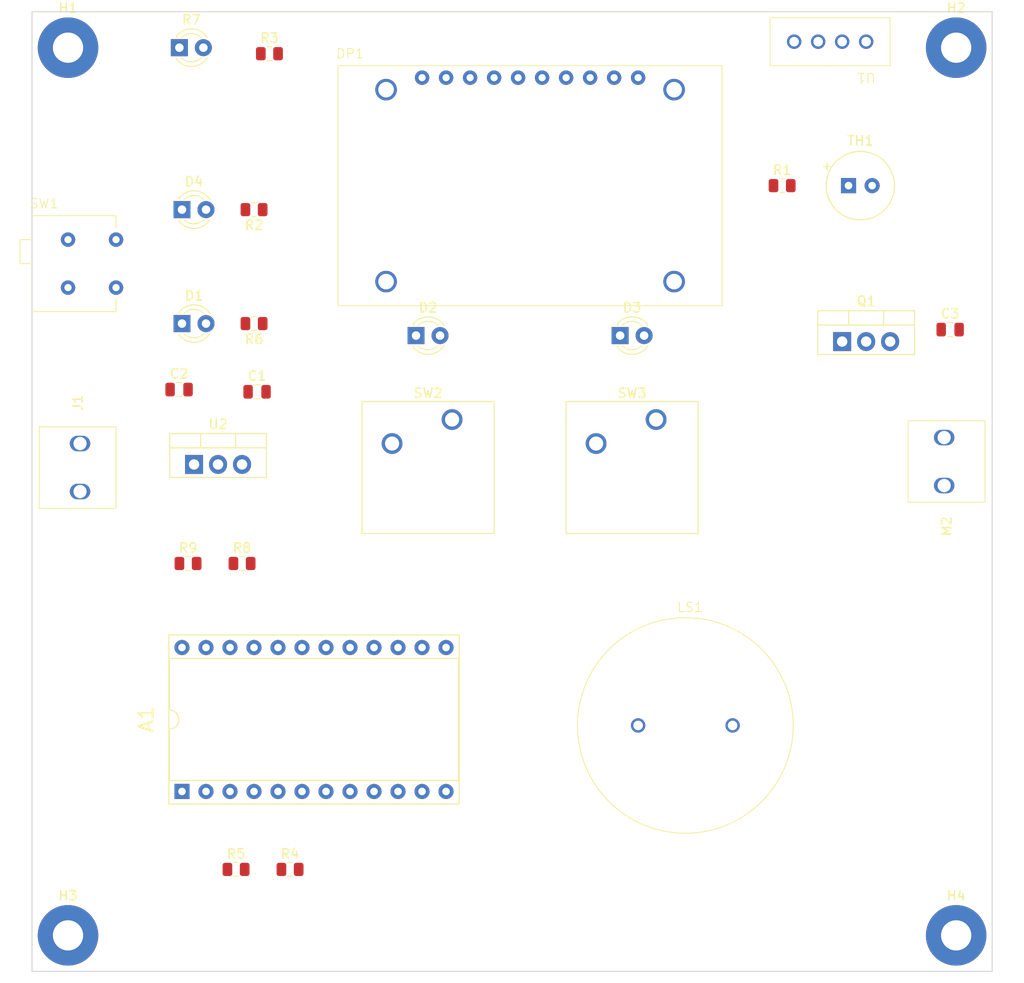
<source format=kicad_pcb>
(kicad_pcb (version 20221018) (generator pcbnew)
  (layers (0 "F.Cu" signal) (31 "B.Cu" signal) (34 "B.Paste" user) (35 "F.Paste" user) (36 "B.SilkS" user "B.Silkscreen") (37 "F.SilkS" user "F.Silkscreen") (38 "B.Mask" user) (39 "F.Mask" user) (44 "Edge.Cuts" user))
  (net 0 "")
  (net 1 "/TX")
  (net 2 "/RX")
  (net 3 "GND")
  (net 4 "/SDA")
  (net 5 "/SCL")
  (net 6 "Net-(A1-D4)")
  (net 7 "Net-(A1-D5)")
  (net 8 "Net-(A1-D6)")
  (net 9 "Net-(A1-D7)")
  (net 10 "Net-(A1-D8)")
  (net 11 "Net-(A1-D9)")
  (net 12 "Net-(A1-D10)")
  (net 13 "/MOSI")
  (net 14 "/MISO")
  (net 15 "/SCK")
  (net 16 "Net-(A1-A0)")
  (net 17 "Net-(A1-A1)")
  (net 18 "Net-(A1-A2)")
  (net 20 "+5V")
  (net 22 "+12V")
  (net 23 "Net-(D1-A)")
  (net 24 "Net-(D4-A)")
  (net 25 "Net-(J1-Pin_1)")
  (net 26 "Net-(M2--)")
  (net 27 "Net-(R1-Pad2)")
  (net 28 "Net-(R3-Pad2)")
  (footprint "my_switches:AS11AH_slide_switch" (layer "F.Cu") (at 46.99 67.31)
    (fp_text reference "SW1" (at -5.08 -6.35 unlocked) (layer "F.SilkS") (effects (font (thickness 0.1))))
    (fp_text value "SW_SPST")
    (fp_line (start -7.62 -2.54) (end -7.62 0) (stroke (width 0.1)) (layer "F.SilkS"))
    (fp_line (start -7.62 0) (end -6.35 0) (stroke (width 0.1)) (layer "F.SilkS"))
    (fp_line (start -6.35 -5.08) (end -6.35 5.08) (stroke (width 0.1)) (layer "F.SilkS"))
    (fp_line (start -6.35 -2.54) (end -7.62 -2.54) (stroke (width 0.1)) (layer "F.SilkS"))
    (fp_line (start -6.35 5.08) (end 2.54 5.08) (stroke (width 0.1)) (layer "F.SilkS"))
    (fp_line (start 2.54 -5.08) (end -6.35 -5.08) (stroke (width 0.1)) (layer "F.SilkS"))
    (fp_line (start 2.54 -3.81) (end 2.54 -5.08) (stroke (width 0.1)) (layer "F.SilkS"))
    (fp_line (start 2.54 5.08) (end 2.54 3.81) (stroke (width 0.1)) (layer "F.SilkS"))
    (pad "1" thru_hole circle (at 2.54 -2.54) (size 1.524 1.524) (drill 0.762) (layers "*.Cu" "*.Mask") (net 25 "Net-(J1-Pin_1)"))
    (pad "2" thru_hole circle (at 2.54 2.54) (size 1.524 1.524) (drill 0.762) (layers "*.Cu" "*.Mask") (net 22 "+12V"))
    (pad "3" thru_hole circle (at -2.54 -2.54) (size 1.524 1.524) (drill 0.762) (layers "*.Cu" "*.Mask"))
    (pad "4" thru_hole circle (at -2.54 2.54) (size 1.524 1.524) (drill 0.762) (layers "*.Cu" "*.Mask"))
  )
  (footprint "LED_THT:LED_D3.0mm" (layer "F.Cu") (at 56.51 61.595)
    (fp_text reference "D4" (at 1.27 -2.96) (layer "F.SilkS"))
    (fp_text value "LED_RED")
    (fp_line (start -0.29 -1.236) (end -0.29 -1.08) (stroke (width 0.12)) (layer "F.SilkS"))
    (fp_line (start -0.29 1.08) (end -0.29 1.236) (stroke (width 0.12)) (layer "F.SilkS"))
    (fp_arc (start -0.29 -1.235516) (mid 1.366487 -1.987659) (end 2.942335 -1.078608) (stroke (width 0.12)) (layer "F.SilkS"))
    (fp_arc (start 0.229039 -1.08) (mid 1.270117 -1.5) (end 2.31113 -1.079837) (stroke (width 0.12)) (layer "F.SilkS"))
    (fp_arc (start 2.31113 1.079837) (mid 1.270117 1.5) (end 0.229039 1.08) (stroke (width 0.12)) (layer "F.SilkS"))
    (fp_arc (start 2.942335 1.078608) (mid 1.366487 1.987659) (end -0.29 1.235516) (stroke (width 0.12)) (layer "F.SilkS"))
    (pad "1" thru_hole rect (at 0 0) (size 1.8 1.8) (drill 0.9) (layers "*.Cu" "*.Mask") (net 3 "GND"))
    (pad "2" thru_hole circle (at 2.54 0) (size 1.8 1.8) (drill 0.9) (layers "*.Cu" "*.Mask") (net 24 "Net-(D4-A)"))
  )
  (footprint "Resistor_SMD:R_0805_2012Metric" (layer "F.Cu") (at 62.23 131.445)
    (fp_text reference "R5" (at 0 -1.65) (layer "F.SilkS"))
    (fp_text value "4.7k")
    (fp_line (start -0.227064 -0.735) (end 0.227064 -0.735) (stroke (width 0.12)) (layer "F.SilkS"))
    (fp_line (start -0.227064 0.735) (end 0.227064 0.735) (stroke (width 0.12)) (layer "F.SilkS"))
    (pad "1" smd roundrect (at -0.9125 0) (size 1.025 1.4) (layers "F.Cu" "F.Paste" "F.Mask") (roundrect_rratio 0.243902) (net 20 "+5V"))
    (pad "2" smd roundrect (at 0.9125 0) (size 1.025 1.4) (layers "F.Cu" "F.Paste" "F.Mask") (roundrect_rratio 0.243902) (net 4 "/SDA"))
  )
  (footprint "Capacitor_THT:CP_Radial_Tantal_D7.0mm_P2.50mm" (layer "F.Cu") (at 127.04 59.055)
    (fp_text reference "TH1" (at 1.25 -4.75) (layer "F.SilkS"))
    (fp_text value "Thermistor_NTC")
    (fp_line (start -2.624723 -2.035) (end -1.924723 -2.035) (stroke (width 0.12)) (layer "F.SilkS"))
    (fp_line (start -2.274723 -2.385) (end -2.274723 -1.685) (stroke (width 0.12)) (layer "F.SilkS"))
    (fp_circle (center 1.25 0) (end 4.87 0) (stroke (width 0.12)) (fill none) (layer "F.SilkS"))
    (pad "1" thru_hole rect (at 0 0) (size 1.6 1.6) (drill 0.8) (layers "*.Cu" "*.Mask") (net 27 "Net-(R1-Pad2)"))
    (pad "2" thru_hole circle (at 2.5 0) (size 1.6 1.6) (drill 0.8) (layers "*.Cu" "*.Mask") (net 16 "Net-(A1-A0)"))
  )
  (footprint "Resistor_SMD:R_0805_2012Metric" (layer "F.Cu") (at 64.135 73.66 180)
    (fp_text reference "R6" (at 0 -1.65) (layer "F.SilkS"))
    (fp_text value "470")
    (fp_line (start -0.227064 -0.735) (end 0.227064 -0.735) (stroke (width 0.12)) (layer "F.SilkS"))
    (fp_line (start -0.227064 0.735) (end 0.227064 0.735) (stroke (width 0.12)) (layer "F.SilkS"))
    (pad "1" smd roundrect (at -0.9125 0 180) (size 1.025 1.4) (layers "F.Cu" "F.Paste" "F.Mask") (roundrect_rratio 0.243902) (net 20 "+5V"))
    (pad "2" smd roundrect (at 0.9125 0 180) (size 1.025 1.4) (layers "F.Cu" "F.Paste" "F.Mask") (roundrect_rratio 0.243902) (net 23 "Net-(D1-A)"))
  )
  (footprint "LED_THT:LED_D3.0mm" (layer "F.Cu") (at 102.87 74.93)
    (fp_text reference "D3" (at 1.27 -2.96) (layer "F.SilkS"))
    (fp_text value "LED_RED")
    (fp_line (start -0.29 -1.236) (end -0.29 -1.08) (stroke (width 0.12)) (layer "F.SilkS"))
    (fp_line (start -0.29 1.08) (end -0.29 1.236) (stroke (width 0.12)) (layer "F.SilkS"))
    (fp_arc (start -0.29 -1.235516) (mid 1.366487 -1.987659) (end 2.942335 -1.078608) (stroke (width 0.12)) (layer "F.SilkS"))
    (fp_arc (start 0.229039 -1.08) (mid 1.270117 -1.5) (end 2.31113 -1.079837) (stroke (width 0.12)) (layer "F.SilkS"))
    (fp_arc (start 2.31113 1.079837) (mid 1.270117 1.5) (end 0.229039 1.08) (stroke (width 0.12)) (layer "F.SilkS"))
    (fp_arc (start 2.942335 1.078608) (mid 1.366487 1.987659) (end -0.29 1.235516) (stroke (width 0.12)) (layer "F.SilkS"))
    (pad "1" thru_hole rect (at 0 0) (size 1.8 1.8) (drill 0.9) (layers "*.Cu" "*.Mask") (net 3 "GND"))
    (pad "2" thru_hole circle (at 2.54 0) (size 1.8 1.8) (drill 0.9) (layers "*.Cu" "*.Mask") (net 11 "Net-(A1-D9)"))
  )
  (footprint "Capacitor_SMD:C_0805_2012Metric" (layer "F.Cu") (at 56.2 80.645)
    (fp_text reference "C2" (at 0 -1.68) (layer "F.SilkS"))
    (fp_text value "1uF")
    (fp_line (start -0.261252 -0.735) (end 0.261252 -0.735) (stroke (width 0.12)) (layer "F.SilkS"))
    (fp_line (start -0.261252 0.735) (end 0.261252 0.735) (stroke (width 0.12)) (layer "F.SilkS"))
    (pad "1" smd roundrect (at -0.95 0) (size 1 1.45) (layers "F.Cu" "F.Paste" "F.Mask") (net 22 "+12V"))
    (pad "2" smd roundrect (at 0.95 0) (size 1 1.45) (layers "F.Cu" "F.Paste" "F.Mask") (net 3 "GND"))
  )
  (footprint "my_LCD:sparkfun-serial-led-4digit" (layer "F.Cu") (at 93.345 59.055)
    (fp_text reference "DP1" (at -19.05 -13.97 unlocked) (layer "F.SilkS") (effects (font (thickness 0.1))))
    (fp_text value "~")
    (fp_line (start -20.32 -12.7) (end 20.32 -12.7) (stroke (width 0.1)) (layer "F.SilkS"))
    (fp_line (start -20.32 12.7) (end -20.32 -12.7) (stroke (width 0.1)) (layer "F.SilkS"))
    (fp_line (start 20.32 -12.7) (end 20.32 12.7) (stroke (width 0.1)) (layer "F.SilkS"))
    (fp_line (start 20.32 12.7) (end -20.32 12.7) (stroke (width 0.1)) (layer "F.SilkS"))
    (pad "1" thru_hole circle (at -11.43 -11.43) (size 1.524 1.524) (drill 0.762) (layers "*.Cu" "*.Mask") (net 1 "/TX"))
    (pad "2" thru_hole circle (at -8.89 -11.43) (size 1.524 1.524) (drill 0.762) (layers "*.Cu" "*.Mask"))
    (pad "3" thru_hole circle (at -6.35 -11.43) (size 1.524 1.524) (drill 0.762) (layers "*.Cu" "*.Mask"))
    (pad "4" thru_hole circle (at -3.81 -11.43) (size 1.524 1.524) (drill 0.762) (layers "*.Cu" "*.Mask"))
    (pad "5" thru_hole circle (at -1.27 -11.43) (size 1.524 1.524) (drill 0.762) (layers "*.Cu" "*.Mask"))
    (pad "6" thru_hole circle (at 1.27 -11.43) (size 1.524 1.524) (drill 0.762) (layers "*.Cu" "*.Mask"))
    (pad "7" thru_hole circle (at 3.81 -11.43) (size 1.524 1.524) (drill 0.762) (layers "*.Cu" "*.Mask") (net 20 "+5V"))
    (pad "8" thru_hole circle (at 6.35 -11.43) (size 1.524 1.524) (drill 0.762) (layers "*.Cu" "*.Mask") (net 3 "GND"))
    (pad "9" thru_hole circle (at 8.89 -11.43) (size 1.524 1.524) (drill 0.762) (layers "*.Cu" "*.Mask"))
    (pad "10" thru_hole circle (at 11.43 -11.43) (size 1.524 1.524) (drill 0.762) (layers "*.Cu" "*.Mask"))
    (pad "11" thru_hole circle (at -15.24 -10.16) (size 2.286 2.286) (drill 1.651) (layers "*.Cu" "*.Mask"))
    (pad "12" thru_hole circle (at 15.24 -10.16) (size 2.286 2.286) (drill 1.651) (layers "*.Cu" "*.Mask"))
    (pad "13" thru_hole circle (at 15.24 10.16) (size 2.286 2.286) (drill 1.651) (layers "*.Cu" "*.Mask"))
    (pad "14" thru_hole circle (at -15.24 10.16) (size 2.286 2.286) (drill 1.651) (layers "*.Cu" "*.Mask"))
  )
  (footprint "my_cherry:SW_Cherry_MX_1.00u_PCB" (layer "F.Cu") (at 106.68 83.82)
    (fp_text reference "SW3" (at -2.54 -2.794) (layer "F.SilkS"))
    (fp_text value "SW_Push")
    (fp_line (start -9.525 -1.905) (end 4.445 -1.905) (stroke (width 0.12)) (layer "F.SilkS"))
    (fp_line (start -9.525 12.065) (end -9.525 -1.905) (stroke (width 0.12)) (layer "F.SilkS"))
    (fp_line (start 4.445 -1.905) (end 4.445 12.065) (stroke (width 0.12)) (layer "F.SilkS"))
    (fp_line (start 4.445 12.065) (end -9.525 12.065) (stroke (width 0.12)) (layer "F.SilkS"))
    (pad "" np_thru_hole circle (at -7.62 5.08) (size 1.7 1.7) (drill 1.7) (layers "*.Cu" "*.Mask"))
    (pad "" np_thru_hole circle (at -2.54 5.08) (size 4 4) (drill 4) (layers "*.Cu" "*.Mask"))
    (pad "" np_thru_hole circle (at 2.54 5.08) (size 1.7 1.7) (drill 1.7) (layers "*.Cu" "*.Mask"))
    (pad "1" thru_hole circle (at 0 0) (size 2.2 2.2) (drill 1.5) (layers "*.Cu" "*.Mask") (net 3 "GND"))
    (pad "2" thru_hole circle (at -6.35 2.54) (size 2.2 2.2) (drill 1.5) (layers "*.Cu" "*.Mask") (net 7 "Net-(A1-D5)"))
  )
  (footprint "my_terminal:Wuerth_WR-WTB_64800211622_1x02_P1.50mm_Vertical" (layer "F.Cu") (at 137.16 88.265 90)
    (fp_text reference "M2" (at -6.858 0.254 90) (layer "F.SilkS"))
    (fp_text value "Fan")
    (fp_line (start -4.318 -3.81) (end 4.318 -3.81) (stroke (width 0.1)) (layer "F.SilkS"))
    (fp_line (start -4.318 4.318) (end -4.318 -3.81) (stroke (width 0.1)) (layer "F.SilkS"))
    (fp_line (start 4.318 -3.81) (end 4.318 4.318) (stroke (width 0.1)) (layer "F.SilkS"))
    (fp_line (start 4.318 4.318) (end -4.318 4.318) (stroke (width 0.1)) (layer "F.SilkS"))
    (pad "1" thru_hole oval (at -2.54 0 90) (size 1.651 2.159) (drill 1.397) (layers "*.Cu" "*.Mask") (net 22 "+12V"))
    (pad "2" thru_hole oval (at 2.54 0 90) (size 1.651 2.159) (drill 1.397) (layers "*.Cu" "*.Mask") (net 26 "Net-(M2--)"))
  )
  (footprint "LED_THT:LED_D3.0mm" (layer "F.Cu") (at 81.275 74.93)
    (fp_text reference "D2" (at 1.27 -2.96) (layer "F.SilkS"))
    (fp_text value "LED_GREEN")
    (fp_line (start -0.29 -1.236) (end -0.29 -1.08) (stroke (width 0.12)) (layer "F.SilkS"))
    (fp_line (start -0.29 1.08) (end -0.29 1.236) (stroke (width 0.12)) (layer "F.SilkS"))
    (fp_arc (start -0.29 -1.235516) (mid 1.366487 -1.987659) (end 2.942335 -1.078608) (stroke (width 0.12)) (layer "F.SilkS"))
    (fp_arc (start 0.229039 -1.08) (mid 1.270117 -1.5) (end 2.31113 -1.079837) (stroke (width 0.12)) (layer "F.SilkS"))
    (fp_arc (start 2.31113 1.079837) (mid 1.270117 1.5) (end 0.229039 1.08) (stroke (width 0.12)) (layer "F.SilkS"))
    (fp_arc (start 2.942335 1.078608) (mid 1.366487 1.987659) (end -0.29 1.235516) (stroke (width 0.12)) (layer "F.SilkS"))
    (pad "1" thru_hole rect (at 0 0) (size 1.8 1.8) (drill 0.9) (layers "*.Cu" "*.Mask") (net 3 "GND"))
    (pad "2" thru_hole circle (at 2.54 0) (size 1.8 1.8) (drill 0.9) (layers "*.Cu" "*.Mask") (net 10 "Net-(A1-D8)"))
  )
  (footprint "LED_THT:LED_D3.0mm" (layer "F.Cu") (at 56.51 73.66)
    (fp_text reference "D1" (at 1.27 -2.96) (layer "F.SilkS"))
    (fp_text value "LED_RED")
    (fp_line (start -0.29 -1.236) (end -0.29 -1.08) (stroke (width 0.12)) (layer "F.SilkS"))
    (fp_line (start -0.29 1.08) (end -0.29 1.236) (stroke (width 0.12)) (layer "F.SilkS"))
    (fp_arc (start -0.29 -1.235516) (mid 1.366487 -1.987659) (end 2.942335 -1.078608) (stroke (width 0.12)) (layer "F.SilkS"))
    (fp_arc (start 0.229039 -1.08) (mid 1.270117 -1.5) (end 2.31113 -1.079837) (stroke (width 0.12)) (layer "F.SilkS"))
    (fp_arc (start 2.31113 1.079837) (mid 1.270117 1.5) (end 0.229039 1.08) (stroke (width 0.12)) (layer "F.SilkS"))
    (fp_arc (start 2.942335 1.078608) (mid 1.366487 1.987659) (end -0.29 1.235516) (stroke (width 0.12)) (layer "F.SilkS"))
    (pad "1" thru_hole rect (at 0 0) (size 1.8 1.8) (drill 0.9) (layers "*.Cu" "*.Mask") (net 3 "GND"))
    (pad "2" thru_hole circle (at 2.54 0) (size 1.8 1.8) (drill 0.9) (layers "*.Cu" "*.Mask") (net 23 "Net-(D1-A)"))
  )
  (footprint "Resistor_SMD:R_0805_2012Metric" (layer "F.Cu") (at 120.015 59.055)
    (fp_text reference "R1" (at 0 -1.65) (layer "F.SilkS"))
    (fp_text value "10k")
    (fp_line (start -0.227064 -0.735) (end 0.227064 -0.735) (stroke (width 0.12)) (layer "F.SilkS"))
    (fp_line (start -0.227064 0.735) (end 0.227064 0.735) (stroke (width 0.12)) (layer "F.SilkS"))
    (pad "1" smd roundrect (at -0.9125 0) (size 1.025 1.4) (layers "F.Cu" "F.Paste" "F.Mask") (roundrect_rratio 0.243902) (net 20 "+5V"))
    (pad "2" smd roundrect (at 0.9125 0) (size 1.025 1.4) (layers "F.Cu" "F.Paste" "F.Mask") (roundrect_rratio 0.243902) (net 27 "Net-(R1-Pad2)"))
  )
  (footprint "my_speaker:SM231508-1_speaker_D22.8P10.0" (layer "F.Cu") (at 109.775 116.205)
    (fp_text reference "LS1" (at 0.5 -12.5 unlocked) (layer "F.SilkS") (effects (font (thickness 0.1))))
    (fp_text value "Speaker")
    (fp_circle (center 0 0) (end 10 5.5) (stroke (width 0.1)) (fill none) (layer "F.SilkS"))
    (pad "1" thru_hole circle (at -5 0) (size 1.524 1.524) (drill 1.016) (layers "*.Cu" "*.Mask") (net 8 "Net-(A1-D6)"))
    (pad "2" thru_hole circle (at 5 0) (size 1.524 1.524) (drill 1.016) (layers "*.Cu" "*.Mask") (net 9 "Net-(A1-D7)"))
  )
  (footprint "Resistor_SMD:R_0805_2012Metric" (layer "F.Cu") (at 67.945 131.445)
    (fp_text reference "R4" (at 0 -1.65) (layer "F.SilkS"))
    (fp_text value "4.7k")
    (fp_line (start -0.227064 -0.735) (end 0.227064 -0.735) (stroke (width 0.12)) (layer "F.SilkS"))
    (fp_line (start -0.227064 0.735) (end 0.227064 0.735) (stroke (width 0.12)) (layer "F.SilkS"))
    (pad "1" smd roundrect (at -0.9125 0) (size 1.025 1.4) (layers "F.Cu" "F.Paste" "F.Mask") (roundrect_rratio 0.243902) (net 20 "+5V"))
    (pad "2" smd roundrect (at 0.9125 0) (size 1.025 1.4) (layers "F.Cu" "F.Paste" "F.Mask") (roundrect_rratio 0.243902) (net 5 "/SCL"))
  )
  (footprint "MountingHole:MountingHole_3.2mm_M3_Pad" (layer "F.Cu") (at 138.43 44.45)
    (fp_text reference "H2" (at 0 -4.2) (layer "F.SilkS"))
    (fp_text value "MountingHole")
    (pad "1" thru_hole circle (at 0 0) (size 6.4 6.4) (drill 3.2) (layers "*.Cu" "*.Mask"))
  )
  (footprint "MountingHole:MountingHole_3.2mm_M3_Pad" (layer "F.Cu") (at 44.45 44.45)
    (fp_text reference "H1" (at 0 -4.2) (layer "F.SilkS"))
    (fp_text value "MountingHole")
    (pad "1" thru_hole circle (at 0 0) (size 6.4 6.4) (drill 3.2) (layers "*.Cu" "*.Mask"))
  )
  (footprint "my_terminal:Wuerth_WR-WTB_64800211622_1x02_P1.50mm_Vertical" (layer "F.Cu") (at 45.72 88.9 -90)
    (fp_text reference "J1" (at -6.858 0.254 90) (layer "F.SilkS"))
    (fp_text value "Screw_Terminal_01x02")
    (fp_line (start -4.318 -3.81) (end 4.318 -3.81) (stroke (width 0.1)) (layer "F.SilkS"))
    (fp_line (start -4.318 4.318) (end -4.318 -3.81) (stroke (width 0.1)) (layer "F.SilkS"))
    (fp_line (start 4.318 -3.81) (end 4.318 4.318) (stroke (width 0.1)) (layer "F.SilkS"))
    (fp_line (start 4.318 4.318) (end -4.318 4.318) (stroke (width 0.1)) (layer "F.SilkS"))
    (pad "1" thru_hole oval (at -2.54 0 270) (size 1.651 2.159) (drill 1.397) (layers "*.Cu" "*.Mask") (net 25 "Net-(J1-Pin_1)"))
    (pad "2" thru_hole oval (at 2.54 0 270) (size 1.651 2.159) (drill 1.397) (layers "*.Cu" "*.Mask") (net 3 "GND"))
  )
  (footprint "Resistor_SMD:R_0805_2012Metric" (layer "F.Cu") (at 57.15 99.06)
    (fp_text reference "R9" (at 0 -1.65) (layer "F.SilkS"))
    (fp_text value "5.0k")
    (fp_line (start -0.227064 -0.735) (end 0.227064 -0.735) (stroke (width 0.12)) (layer "F.SilkS"))
    (fp_line (start -0.227064 0.735) (end 0.227064 0.735) (stroke (width 0.12)) (layer "F.SilkS"))
    (pad "1" smd roundrect (at -0.9125 0) (size 1.025 1.4) (layers "F.Cu" "F.Paste" "F.Mask") (roundrect_rratio 0.243902) (net 3 "GND"))
    (pad "2" smd roundrect (at 0.9125 0) (size 1.025 1.4) (layers "F.Cu" "F.Paste" "F.Mask") (roundrect_rratio 0.243902) (net 18 "Net-(A1-A2)"))
  )
  (footprint "Package_TO_SOT_THT:TO-220-3_Vertical" (layer "F.Cu") (at 57.785 88.575)
    (fp_text reference "U2" (at 2.54 -4.27) (layer "F.SilkS"))
    (fp_text value "LM7805_TO220")
    (fp_line (start -2.58 -3.27) (end -2.58 1.371) (stroke (width 0.12)) (layer "F.SilkS"))
    (fp_line (start -2.58 -3.27) (end 7.66 -3.27) (stroke (width 0.12)) (layer "F.SilkS"))
    (fp_line (start -2.58 -1.76) (end 7.66 -1.76) (stroke (width 0.12)) (layer "F.SilkS"))
    (fp_line (start -2.58 1.371) (end 7.66 1.371) (stroke (width 0.12)) (layer "F.SilkS"))
    (fp_line (start 0.69 -3.27) (end 0.69 -1.76) (stroke (width 0.12)) (layer "F.SilkS"))
    (fp_line (start 4.391 -3.27) (end 4.391 -1.76) (stroke (width 0.12)) (layer "F.SilkS"))
    (fp_line (start 7.66 -3.27) (end 7.66 1.371) (stroke (width 0.12)) (layer "F.SilkS"))
    (pad "1" thru_hole rect (at 0 0) (size 1.905 2) (drill 1.1) (layers "*.Cu" "*.Mask") (net 22 "+12V"))
    (pad "2" thru_hole oval (at 2.54 0) (size 1.905 2) (drill 1.1) (layers "*.Cu" "*.Mask") (net 3 "GND"))
    (pad "3" thru_hole oval (at 5.08 0) (size 1.905 2) (drill 1.1) (layers "*.Cu" "*.Mask") (net 20 "+5V"))
  )
  (footprint "Capacitor_SMD:C_0805_2012Metric" (layer "F.Cu") (at 137.795 74.295)
    (fp_text reference "C3" (at 0 -1.68) (layer "F.SilkS"))
    (fp_text value "1uF")
    (fp_line (start -0.261252 -0.735) (end 0.261252 -0.735) (stroke (width 0.12)) (layer "F.SilkS"))
    (fp_line (start -0.261252 0.735) (end 0.261252 0.735) (stroke (width 0.12)) (layer "F.SilkS"))
    (pad "1" smd roundrect (at -0.95 0) (size 1 1.45) (layers "F.Cu" "F.Paste" "F.Mask") (net 22 "+12V"))
    (pad "2" smd roundrect (at 0.95 0) (size 1 1.45) (layers "F.Cu" "F.Paste" "F.Mask") (net 3 "GND"))
  )
  (footprint "my_DHT:DHT20" (layer "F.Cu") (at 125.095 43.815 180)
    (fp_text reference "U1" (at -3.81 -3.81 180 unlocked) (layer "F.SilkS") (effects (font (thickness 0.1))))
    (fp_text value "DHT20")
    (fp_line (start -6.35 -2.54) (end -6.35 2.54) (stroke (width 0.1)) (layer "F.SilkS"))
    (fp_line (start -6.35 2.54) (end 6.35 2.54) (stroke (width 0.1)) (layer "F.SilkS"))
    (fp_line (start 0 -2.54) (end -6.35 -2.54) (stroke (width 0.1)) (layer "F.SilkS"))
    (fp_line (start 6.35 -2.54) (end 0 -2.54) (stroke (width 0.1)) (layer "F.SilkS"))
    (fp_line (start 6.35 2.54) (end 6.35 -2.54) (stroke (width 0.1)) (layer "F.SilkS"))
    (pad "1" thru_hole circle (at -3.81 0 180) (size 1.524 1.524) (drill 1.016) (layers "*.Cu" "*.Mask") (net 20 "+5V"))
    (pad "2" thru_hole circle (at -1.27 0 180) (size 1.524 1.524) (drill 1.016) (layers "*.Cu" "*.Mask") (net 4 "/SDA"))
    (pad "3" thru_hole circle (at 1.27 0 180) (size 1.524 1.524) (drill 1.016) (layers "*.Cu" "*.Mask") (net 3 "GND"))
    (pad "4" thru_hole circle (at 3.81 0 180) (size 1.524 1.524) (drill 1.016) (layers "*.Cu" "*.Mask") (net 5 "/SCL"))
  )
  (footprint "Package_TO_SOT_THT:TO-220-3_Vertical" (layer "F.Cu") (at 126.365 75.565)
    (fp_text reference "Q1" (at 2.54 -4.27) (layer "F.SilkS"))
    (fp_text value "NMOS")
    (fp_line (start -2.58 -3.27) (end -2.58 1.371) (stroke (width 0.12)) (layer "F.SilkS"))
    (fp_line (start -2.58 -3.27) (end 7.66 -3.27) (stroke (width 0.12)) (layer "F.SilkS"))
    (fp_line (start -2.58 -1.76) (end 7.66 -1.76) (stroke (width 0.12)) (layer "F.SilkS"))
    (fp_line (start -2.58 1.371) (end 7.66 1.371) (stroke (width 0.12)) (layer "F.SilkS"))
    (fp_line (start 0.69 -3.27) (end 0.69 -1.76) (stroke (width 0.12)) (layer "F.SilkS"))
    (fp_line (start 4.391 -3.27) (end 4.391 -1.76) (stroke (width 0.12)) (layer "F.SilkS"))
    (fp_line (start 7.66 -3.27) (end 7.66 1.371) (stroke (width 0.12)) (layer "F.SilkS"))
    (pad "1" thru_hole rect (at 0 0) (size 1.905 2) (drill 1.1) (layers "*.Cu" "*.Mask") (net 26 "Net-(M2--)"))
    (pad "2" thru_hole oval (at 2.54 0) (size 1.905 2) (drill 1.1) (layers "*.Cu" "*.Mask") (net 12 "Net-(A1-D10)"))
    (pad "3" thru_hole oval (at 5.08 0) (size 1.905 2) (drill 1.1) (layers "*.Cu" "*.Mask") (net 3 "GND"))
  )
  (footprint "Capacitor_SMD:C_0805_2012Metric" (layer "F.Cu") (at 64.455 80.88)
    (fp_text reference "C1" (at 0 -1.68) (layer "F.SilkS"))
    (fp_text value "1uF")
    (fp_line (start -0.261252 -0.735) (end 0.261252 -0.735) (stroke (width 0.12)) (layer "F.SilkS"))
    (fp_line (start -0.261252 0.735) (end 0.261252 0.735) (stroke (width 0.12)) (layer "F.SilkS"))
    (pad "1" smd roundrect (at -0.95 0) (size 1 1.45) (layers "F.Cu" "F.Paste" "F.Mask") (net 20 "+5V"))
    (pad "2" smd roundrect (at 0.95 0) (size 1 1.45) (layers "F.Cu" "F.Paste" "F.Mask") (net 3 "GND"))
  )
  (footprint "my_arduino:pro_micro_socket" (layer "F.Cu") (at 56.51 123.195 90)
    (fp_text reference "A1" (at 7.625 -3.805 90) (layer "F.SilkS") (effects (font (size 1.524 1.524) (thickness 0.2032))))
    (fp_text value "Arduino_Pro_Micro")
    (fp_line (start -1.33 -1.39) (end -1.33 29.33) (stroke (width 0.12)) (layer "F.SilkS"))
    (fp_line (start -1.33 29.33) (end 16.57 29.33) (stroke (width 0.12)) (layer "F.SilkS"))
    (fp_line (start 1.16 -1.33) (end 1.16 29.27) (stroke (width 0.12)) (layer "F.SilkS"))
    (fp_line (start 1.16 29.27) (end 14.08 29.27) (stroke (width 0.12)) (layer "F.SilkS"))
    (fp_line (start 6.62 -1.33) (end 1.16 -1.33) (stroke (width 0.12)) (layer "F.SilkS"))
    (fp_line (start 14.08 -1.33) (end 8.62 -1.33) (stroke (width 0.12)) (layer "F.SilkS"))
    (fp_line (start 14.08 29.27) (end 14.08 -1.33) (stroke (width 0.12)) (layer "F.SilkS"))
    (fp_line (start 16.57 -1.39) (end -1.33 -1.39) (stroke (width 0.12)) (layer "F.SilkS"))
    (fp_line (start 16.57 29.33) (end 16.57 -1.39) (stroke (width 0.12)) (layer "F.SilkS"))
    (fp_arc (start 8.62 -1.33) (mid 7.62 -0.33) (end 6.62 -1.33) (stroke (width 0.12)) (layer "F.SilkS"))
    (pad "1" thru_hole rect (at 0 0 90) (size 1.6 1.6) (drill 0.8) (layers "*.Cu" "*.Mask") (net 1 "/TX"))
    (pad "2" thru_hole oval (at 0 2.54 90) (size 1.6 1.6) (drill 0.8) (layers "*.Cu" "*.Mask") (net 2 "/RX"))
    (pad "3" thru_hole oval (at 0 5.08 90) (size 1.6 1.6) (drill 0.8) (layers "*.Cu" "*.Mask") (net 3 "GND"))
    (pad "4" thru_hole oval (at 0 7.62 90) (size 1.6 1.6) (drill 0.8) (layers "*.Cu" "*.Mask") (net 3 "GND"))
    (pad "5" thru_hole oval (at 0 10.16 90) (size 1.6 1.6) (drill 0.8) (layers "*.Cu" "*.Mask") (net 4 "/SDA"))
    (pad "6" thru_hole oval (at 0 12.7 90) (size 1.6 1.6) (drill 0.8) (layers "*.Cu" "*.Mask") (net 5 "/SCL"))
    (pad "7" thru_hole oval (at 0 15.24 90) (size 1.6 1.6) (drill 0.8) (layers "*.Cu" "*.Mask") (net 6 "Net-(A1-D4)"))
    (pad "8" thru_hole oval (at 0 17.78 90) (size 1.6 1.6) (drill 0.8) (layers "*.Cu" "*.Mask") (net 7 "Net-(A1-D5)"))
    (pad "9" thru_hole oval (at 0 20.32 90) (size 1.6 1.6) (drill 0.8) (layers "*.Cu" "*.Mask") (net 8 "Net-(A1-D6)"))
    (pad "10" thru_hole oval (at 0 22.86 90) (size 1.6 1.6) (drill 0.8) (layers "*.Cu" "*.Mask") (net 9 "Net-(A1-D7)"))
    (pad "11" thru_hole oval (at 0 25.4 90) (size 1.6 1.6) (drill 0.8) (layers "*.Cu" "*.Mask") (net 10 "Net-(A1-D8)"))
    (pad "12" thru_hole oval (at 0 27.94 90) (size 1.6 1.6) (drill 0.8) (layers "*.Cu" "*.Mask") (net 11 "Net-(A1-D9)"))
    (pad "13" thru_hole oval (at 15.24 27.94 90) (size 1.6 1.6) (drill 0.8) (layers "*.Cu" "*.Mask") (net 12 "Net-(A1-D10)"))
    (pad "14" thru_hole oval (at 15.24 25.4 90) (size 1.6 1.6) (drill 0.8) (layers "*.Cu" "*.Mask") (net 13 "/MOSI"))
    (pad "15" thru_hole oval (at 15.24 22.86 90) (size 1.6 1.6) (drill 0.8) (layers "*.Cu" "*.Mask") (net 14 "/MISO"))
    (pad "16" thru_hole oval (at 15.24 20.32 90) (size 1.6 1.6) (drill 0.8) (layers "*.Cu" "*.Mask") (net 15 "/SCK"))
    (pad "17" thru_hole oval (at 15.24 17.78 90) (size 1.6 1.6) (drill 0.8) (layers "*.Cu" "*.Mask") (net 16 "Net-(A1-A0)"))
    (pad "18" thru_hole oval (at 15.24 15.24 90) (size 1.6 1.6) (drill 0.8) (layers "*.Cu" "*.Mask") (net 17 "Net-(A1-A1)"))
    (pad "19" thru_hole oval (at 15.24 12.7 90) (size 1.6 1.6) (drill 0.8) (layers "*.Cu" "*.Mask") (net 18 "Net-(A1-A2)"))
    (pad "20" thru_hole oval (at 15.24 10.16 90) (size 1.6 1.6) (drill 0.8) (layers "*.Cu" "*.Mask"))
    (pad "21" thru_hole oval (at 15.24 7.62 90) (size 1.6 1.6) (drill 0.8) (layers "*.Cu" "*.Mask") (net 20 "+5V"))
    (pad "22" thru_hole oval (at 15.24 5.08 90) (size 1.6 1.6) (drill 0.8) (layers "*.Cu" "*.Mask"))
    (pad "23" thru_hole oval (at 15.24 2.54 90) (size 1.6 1.6) (drill 0.8) (layers "*.Cu" "*.Mask") (net 3 "GND"))
    (pad "24" thru_hole oval (at 15.24 0 90) (size 1.6 1.6) (drill 0.8) (layers "*.Cu" "*.Mask"))
  )
  (footprint "Resistor_SMD:R_0805_2012Metric" (layer "F.Cu") (at 62.865 99.06)
    (fp_text reference "R8" (at 0 -1.65) (layer "F.SilkS"))
    (fp_text value "10.0k")
    (fp_line (start -0.227064 -0.735) (end 0.227064 -0.735) (stroke (width 0.12)) (layer "F.SilkS"))
    (fp_line (start -0.227064 0.735) (end 0.227064 0.735) (stroke (width 0.12)) (layer "F.SilkS"))
    (pad "1" smd roundrect (at -0.9125 0) (size 1.025 1.4) (layers "F.Cu" "F.Paste" "F.Mask") (roundrect_rratio 0.243902) (net 18 "Net-(A1-A2)"))
    (pad "2" smd roundrect (at 0.9125 0) (size 1.025 1.4) (layers "F.Cu" "F.Paste" "F.Mask") (roundrect_rratio 0.243902) (net 22 "+12V"))
  )
  (footprint "LED_THT:LED_D3.0mm" (layer "F.Cu") (at 56.2325 44.45)
    (fp_text reference "R7" (at 1.27 -2.96) (layer "F.SilkS"))
    (fp_text value "A1050")
    (fp_line (start -0.29 -1.236) (end -0.29 -1.08) (stroke (width 0.12)) (layer "F.SilkS"))
    (fp_line (start -0.29 1.08) (end -0.29 1.236) (stroke (width 0.12)) (layer "F.SilkS"))
    (fp_arc (start -0.29 -1.235516) (mid 1.366487 -1.987659) (end 2.942335 -1.078608) (stroke (width 0.12)) (layer "F.SilkS"))
    (fp_arc (start 0.229039 -1.08) (mid 1.270117 -1.5) (end 2.31113 -1.079837) (stroke (width 0.12)) (layer "F.SilkS"))
    (fp_arc (start 2.31113 1.079837) (mid 1.270117 1.5) (end 0.229039 1.08) (stroke (width 0.12)) (layer "F.SilkS"))
    (fp_arc (start 2.942335 1.078608) (mid 1.366487 1.987659) (end -0.29 1.235516) (stroke (width 0.12)) (layer "F.SilkS"))
    (pad "1" thru_hole rect (at 0 0) (size 1.8 1.8) (drill 0.9) (layers "*.Cu" "*.Mask") (net 28 "Net-(R3-Pad2)"))
    (pad "2" thru_hole circle (at 2.54 0) (size 1.8 1.8) (drill 0.9) (layers "*.Cu" "*.Mask") (net 17 "Net-(A1-A1)"))
  )
  (footprint "MountingHole:MountingHole_3.2mm_M3_Pad" (layer "F.Cu") (at 44.45 138.43)
    (fp_text reference "H3" (at 0 -4.2) (layer "F.SilkS"))
    (fp_text value "MountingHole")
    (pad "1" thru_hole circle (at 0 0) (size 6.4 6.4) (drill 3.2) (layers "*.Cu" "*.Mask"))
  )
  (footprint "my_cherry:SW_Cherry_MX_1.00u_PCB" (layer "F.Cu") (at 85.09 83.82)
    (fp_text reference "SW2" (at -2.54 -2.794) (layer "F.SilkS"))
    (fp_text value "SW_Push")
    (fp_line (start -9.525 -1.905) (end 4.445 -1.905) (stroke (width 0.12)) (layer "F.SilkS"))
    (fp_line (start -9.525 12.065) (end -9.525 -1.905) (stroke (width 0.12)) (layer "F.SilkS"))
    (fp_line (start 4.445 -1.905) (end 4.445 12.065) (stroke (width 0.12)) (layer "F.SilkS"))
    (fp_line (start 4.445 12.065) (end -9.525 12.065) (stroke (width 0.12)) (layer "F.SilkS"))
    (pad "" np_thru_hole circle (at -7.62 5.08) (size 1.7 1.7) (drill 1.7) (layers "*.Cu" "*.Mask"))
    (pad "" np_thru_hole circle (at -2.54 5.08) (size 4 4) (drill 4) (layers "*.Cu" "*.Mask"))
    (pad "" np_thru_hole circle (at 2.54 5.08) (size 1.7 1.7) (drill 1.7) (layers "*.Cu" "*.Mask"))
    (pad "1" thru_hole circle (at 0 0) (size 2.2 2.2) (drill 1.5) (layers "*.Cu" "*.Mask") (net 3 "GND"))
    (pad "2" thru_hole circle (at -6.35 2.54) (size 2.2 2.2) (drill 1.5) (layers "*.Cu" "*.Mask") (net 6 "Net-(A1-D4)"))
  )
  (footprint "Resistor_SMD:R_0805_2012Metric" (layer "F.Cu") (at 64.135 61.595 180)
    (fp_text reference "R2" (at 0 -1.65) (layer "F.SilkS"))
    (fp_text value "3.3k")
    (fp_line (start -0.227064 -0.735) (end 0.227064 -0.735) (stroke (width 0.12)) (layer "F.SilkS"))
    (fp_line (start -0.227064 0.735) (end 0.227064 0.735) (stroke (width 0.12)) (layer "F.SilkS"))
    (pad "1" smd roundrect (at -0.9125 0 180) (size 1.025 1.4) (layers "F.Cu" "F.Paste" "F.Mask") (roundrect_rratio 0.243902) (net 22 "+12V"))
    (pad "2" smd roundrect (at 0.9125 0 180) (size 1.025 1.4) (layers "F.Cu" "F.Paste" "F.Mask") (roundrect_rratio 0.243902) (net 24 "Net-(D4-A)"))
  )
  (footprint "Resistor_SMD:R_0805_2012Metric" (layer "F.Cu") (at 65.7625 45.085)
    (fp_text reference "R3" (at 0 -1.65) (layer "F.SilkS"))
    (fp_text value "10k")
    (fp_line (start -0.227064 -0.735) (end 0.227064 -0.735) (stroke (width 0.12)) (layer "F.SilkS"))
    (fp_line (start -0.227064 0.735) (end 0.227064 0.735) (stroke (width 0.12)) (layer "F.SilkS"))
    (pad "1" smd roundrect (at -0.9125 0) (size 1.025 1.4) (layers "F.Cu" "F.Paste" "F.Mask") (roundrect_rratio 0.243902) (net 20 "+5V"))
    (pad "2" smd roundrect (at 0.9125 0) (size 1.025 1.4) (layers "F.Cu" "F.Paste" "F.Mask") (roundrect_rratio 0.243902) (net 28 "Net-(R3-Pad2)"))
  )
  (footprint "MountingHole:MountingHole_3.2mm_M3_Pad" (layer "F.Cu") (at 138.43 138.43)
    (fp_text reference "H4" (at 0 -4.2) (layer "F.SilkS"))
    (fp_text value "MountingHole")
    (pad "1" thru_hole circle (at 0 0) (size 6.4 6.4) (drill 3.2) (layers "*.Cu" "*.Mask"))
  )
  (gr_line (start 142.24 142.24) (end 40.64 142.24) (stroke (width 0.1)) (layer "Edge.Cuts"))
  (gr_line (start 40.64 142.24) (end 40.64 40.64) (stroke (width 0.1)) (layer "Edge.Cuts"))
  (gr_line (start 40.64 40.64) (end 142.24 40.64) (stroke (width 0.1)) (layer "Edge.Cuts"))
  (gr_line (start 142.24 40.64) (end 142.24 142.24) (stroke (width 0.1)) (layer "Edge.Cuts"))
)
</source>
